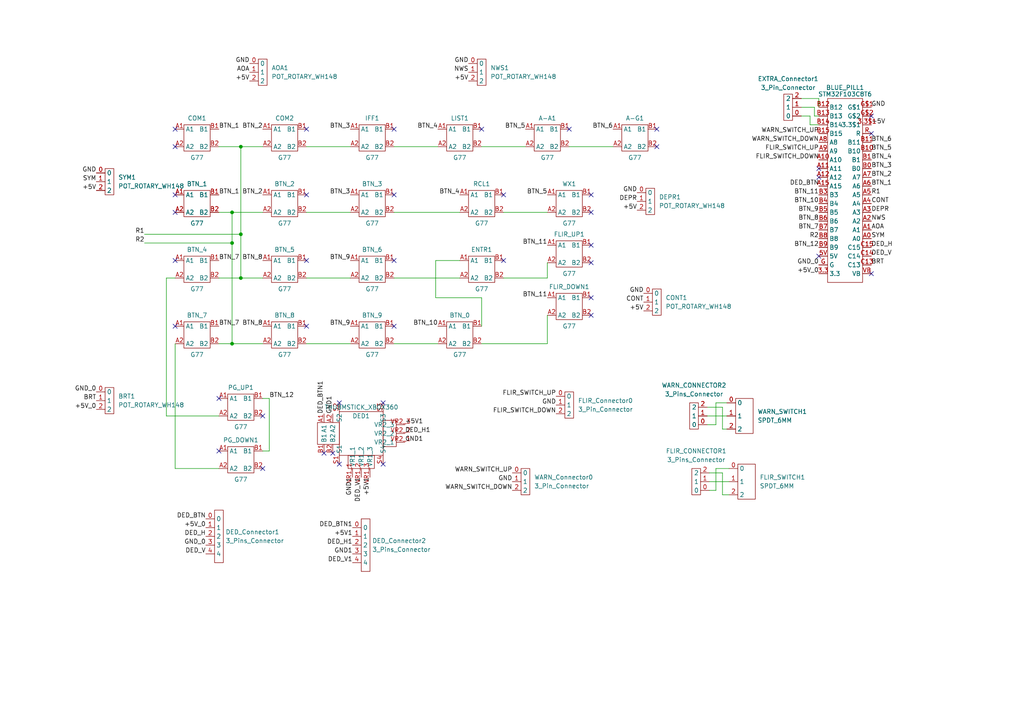
<source format=kicad_sch>
(kicad_sch (version 20230121) (generator eeschema)
  (paper "A4")
  (lib_symbols
    (symbol "0_Symbol_Library:3_Pins_Connector"
      (property "Reference" "U" (at 0 4.826 0))
      (property "Value" "3_Pins_Connector" (at 0 -4.826 0))
      (symbol "3_Pins_Connector_0_1"
        (rectangle (start -1.27 3.81) (end 1.27 -3.81))
      )
      (symbol "3_Pins_Connector_1_1"
        (pin passive line (at -3.81 2.54 0) (length 2.54) (name "0") (number "0"))
        (pin passive line (at -3.81 0 0) (length 2.54) (name "1") (number "1"))
        (pin passive line (at -3.81 -2.54 0) (length 2.54) (name "2") (number "2"))
      )
    )
    (symbol "0_Symbol_Library:5_Pins_Connector"
      (property "Reference" "U" (at 0 8.636 0))
      (property "Value" "3_Pins_Connector" (at 0 -8.636 0))
      (symbol "5_Pins_Connector_0_1"
        (rectangle (start -1.27 7.62) (end 1.27 -7.62))
      )
      (symbol "5_Pins_Connector_1_1"
        (pin passive line (at -3.81 5.08 0) (length 2.54) (name "0") (number "0"))
        (pin passive line (at -3.81 2.54 0) (length 2.54) (name "1") (number "1"))
        (pin passive line (at -3.81 0 0) (length 2.54) (name "2") (number "2"))
        (pin passive line (at -3.81 -2.54 0) (length 2.54) (name "3") (number "3"))
        (pin passive line (at -3.81 -5.08 0) (length 2.54) (name "4") (number "4"))
      )
    )
    (symbol "0_Symbol_Library:Push_Button_G77"
      (property "Reference" "U" (at 0 5.08 0))
      (property "Value" "G77" (at 0 -5.08 0))
      (symbol "Push_Button_G77_0_1"
        (rectangle (start -3.81 3.81) (end 3.81 -3.81))
      )
      (symbol "Push_Button_G77_1_1"
        (pin passive line (at -6.35 2.54 0) (length 2.54) (name "A1") (number "A1"))
        (pin passive line (at -6.35 -2.54 0) (length 2.54) (name "A2") (number "A2"))
        (pin passive line (at 6.35 2.54 180) (length 2.54) (name "B1") (number "B1"))
        (pin passive line (at 6.35 -2.54 180) (length 2.54) (name "B2") (number "B2"))
      )
    )
    (symbol "0_Symbol_Library:STM32F103C8T6_Blue_Pill"
      (property "Reference" "U" (at 0 27.94 0))
      (property "Value" "STM32F103C8T6" (at 0 -29.21 0))
      (symbol "STM32F103C8T6_Blue_Pill_0_1"
        (rectangle (start -5.08 26.67) (end 5.08 -26.67))
      )
      (symbol "STM32F103C8T6_Blue_Pill_1_1"
        (pin passive line (at -7.62 -24.13 0) (length 2.54) (name "3.3") (number "3.3"))
        (pin passive line (at 7.62 19.05 180) (length 2.54) (name "3.3$1") (number "3.3$1"))
        (pin passive line (at -7.62 -19.05 0) (length 2.54) (name "5V") (number "5V"))
        (pin passive line (at 7.62 -13.97 180) (length 2.54) (name "A0") (number "A0"))
        (pin passive line (at 7.62 -11.43 180) (length 2.54) (name "A1") (number "A1"))
        (pin passive line (at -7.62 8.89 0) (length 2.54) (name "A10") (number "A10"))
        (pin passive line (at -7.62 6.35 0) (length 2.54) (name "A11") (number "A11"))
        (pin passive line (at -7.62 3.81 0) (length 2.54) (name "A12") (number "A12"))
        (pin passive line (at -7.62 1.27 0) (length 2.54) (name "A15") (number "A15"))
        (pin passive line (at 7.62 -8.89 180) (length 2.54) (name "A2") (number "A2"))
        (pin passive line (at 7.62 -6.35 180) (length 2.54) (name "A3") (number "A3"))
        (pin passive line (at 7.62 -3.81 180) (length 2.54) (name "A4") (number "A4"))
        (pin passive line (at 7.62 -1.27 180) (length 2.54) (name "A5") (number "A5"))
        (pin passive line (at 7.62 1.27 180) (length 2.54) (name "A6") (number "A6"))
        (pin passive line (at 7.62 3.81 180) (length 2.54) (name "A7") (number "A7"))
        (pin passive line (at -7.62 13.97 0) (length 2.54) (name "A8") (number "A8"))
        (pin passive line (at -7.62 11.43 0) (length 2.54) (name "A9") (number "A9"))
        (pin passive line (at 7.62 6.35 180) (length 2.54) (name "B0") (number "B0"))
        (pin passive line (at 7.62 8.89 180) (length 2.54) (name "B1") (number "B1"))
        (pin passive line (at 7.62 11.43 180) (length 2.54) (name "B10") (number "B10"))
        (pin passive line (at 7.62 13.97 180) (length 2.54) (name "B11") (number "B11"))
        (pin passive line (at -7.62 24.13 0) (length 2.54) (name "B12") (number "B12"))
        (pin passive line (at -7.62 21.59 0) (length 2.54) (name "B13") (number "B13"))
        (pin passive line (at -7.62 19.05 0) (length 2.54) (name "B14") (number "B14"))
        (pin passive line (at -7.62 16.51 0) (length 2.54) (name "B15") (number "B15"))
        (pin passive line (at -7.62 -1.27 0) (length 2.54) (name "B3") (number "B3"))
        (pin passive line (at -7.62 -3.81 0) (length 2.54) (name "B4") (number "B4"))
        (pin passive line (at -7.62 -6.35 0) (length 2.54) (name "B5") (number "B5"))
        (pin passive line (at -7.62 -8.89 0) (length 2.54) (name "B6") (number "B6"))
        (pin passive line (at -7.62 -11.43 0) (length 2.54) (name "B7") (number "B7"))
        (pin passive line (at -7.62 -13.97 0) (length 2.54) (name "B8") (number "B8"))
        (pin passive line (at -7.62 -16.51 0) (length 2.54) (name "B9") (number "B9"))
        (pin passive line (at 7.62 -21.59 180) (length 2.54) (name "C13") (number "C13"))
        (pin passive line (at 7.62 -19.05 180) (length 2.54) (name "C14") (number "C14"))
        (pin passive line (at 7.62 -16.51 180) (length 2.54) (name "C15") (number "C15"))
        (pin passive line (at -7.62 -21.59 0) (length 2.54) (name "G") (number "G"))
        (pin passive line (at 7.62 24.13 180) (length 2.54) (name "G$1") (number "G$1"))
        (pin passive line (at 7.62 21.59 180) (length 2.54) (name "G$2") (number "G$2"))
        (pin passive line (at 7.62 16.51 180) (length 2.54) (name "R") (number "R"))
        (pin passive line (at 7.62 -24.13 180) (length 2.54) (name "VB") (number "VB"))
      )
    )
    (symbol "0_Symbol_Library:Thumbstick_XBOX360"
      (property "Reference" "U" (at 0 10.16 0))
      (property "Value" "XBOX360" (at 0 7.62 0))
      (symbol "Thumbstick_XBOX360_0_1"
        (rectangle (start -12.7 3.175) (end -6.35 -3.175))
        (rectangle (start -6.35 6.35) (end 6.35 -6.35))
        (rectangle (start -3.81 -6.35) (end 3.81 -10.16))
        (rectangle (start 6.35 3.81) (end 10.16 -3.81))
      )
      (symbol "Thumbstick_XBOX360_1_1"
        (pin passive line (at -10.795 5.715 270) (length 2.54) (name "A1") (number "A1"))
        (pin passive line (at -8.255 5.715 270) (length 2.54) (name "A2") (number "A2"))
        (pin passive line (at -10.795 -5.715 90) (length 2.54) (name "B1") (number "B1"))
        (pin passive line (at -8.255 -5.715 90) (length 2.54) (name "B2") (number "B2"))
        (pin passive line (at -6.35 -8.89 90) (length 2.54) (name "S1") (number "S1"))
        (pin passive line (at -6.35 8.89 270) (length 2.54) (name "S2") (number "S2"))
        (pin passive line (at 6.35 8.89 270) (length 2.54) (name "S3") (number "S3"))
        (pin passive line (at 6.35 -8.89 90) (length 2.54) (name "S4") (number "S4"))
        (pin passive line (at -2.54 -12.7 90) (length 2.54) (name "VR1_1") (number "VR1_1"))
        (pin passive line (at 0 -12.7 90) (length 2.54) (name "VR1_2") (number "VR1_2"))
        (pin passive line (at 2.54 -12.7 90) (length 2.54) (name "VR1_3") (number "VR1_3"))
        (pin passive line (at 12.7 -2.54 180) (length 2.54) (name "VR2_1") (number "VR2_1"))
        (pin passive line (at 12.7 0 180) (length 2.54) (name "VR2_2") (number "VR2_2"))
        (pin passive line (at 12.7 2.54 180) (length 2.54) (name "VR2_3") (number "VR2_3"))
      )
    )
    (symbol "0_Symbol_Library:Toggle_Switch_SPDT"
      (property "Reference" "U" (at 0 6.35 0))
      (property "Value" "SPDT_6MM" (at 0.762 -6.096 0))
      (symbol "Toggle_Switch_SPDT_0_1"
        (rectangle (start -2.54 5.08) (end 2.54 -5.08))
      )
      (symbol "Toggle_Switch_SPDT_1_1"
        (pin passive line (at -5.08 3.81 0) (length 2.54) (name "0") (number "0"))
        (pin passive line (at -5.08 0 0) (length 2.54) (name "1") (number "1"))
        (pin passive line (at -5.08 -3.81 0) (length 2.54) (name "2") (number "2"))
      )
    )
  )
  (junction (at 67.31 70.485))
  (junction (at 69.85 67.945))
  (junction (at 67.31 99.695))
  (junction (at 69.85 42.545))
  (junction (at 67.31 61.595))
  (junction (at 69.85 80.645))
  (no_connect (at 114.3 75.565))
  (no_connect (at 98.425 134.62))
  (no_connect (at 139.7 37.465))
  (no_connect (at 190.5 37.465))
  (no_connect (at 114.3 56.515))
  (no_connect (at 252.73 38.735))
  (no_connect (at 190.5 42.545))
  (no_connect (at 93.98 131.445))
  (no_connect (at 98.425 116.84))
  (no_connect (at 63.5 130.81))
  (no_connect (at 50.8 42.545))
  (no_connect (at 171.45 76.2))
  (no_connect (at 88.9 56.515))
  (no_connect (at 165.1 37.465))
  (no_connect (at 171.45 91.44))
  (no_connect (at 171.45 86.36))
  (no_connect (at 50.8 94.615))
  (no_connect (at 114.3 94.615))
  (no_connect (at 88.9 94.615))
  (no_connect (at 96.52 131.445))
  (no_connect (at 50.8 75.565))
  (no_connect (at 76.2 120.65))
  (no_connect (at 171.45 56.515))
  (no_connect (at 88.9 37.465))
  (no_connect (at 146.05 56.515))
  (no_connect (at 252.73 79.375))
  (no_connect (at 146.05 75.565))
  (no_connect (at 63.5 115.57))
  (no_connect (at 88.9 75.565))
  (no_connect (at 111.125 134.62))
  (no_connect (at 237.49 51.435))
  (no_connect (at 76.2 135.89))
  (no_connect (at 114.3 37.465))
  (no_connect (at 237.49 74.295))
  (no_connect (at 50.8 37.465))
  (no_connect (at 252.73 33.655))
  (no_connect (at 237.49 48.895))
  (no_connect (at 111.125 116.84))
  (no_connect (at 50.8 56.515))
  (no_connect (at 171.45 71.12))
  (no_connect (at 171.45 61.595))
  (no_connect (at 50.8 61.595))
  (wire (pts (xy 234.95 36.195) (xy 237.49 36.195)))
  (wire (pts (xy 63.5 61.595) (xy 67.31 61.595)))
  (wire (pts (xy 76.2 130.81) (xy 78.105 130.81)))
  (wire (pts (xy 63.5 42.545) (xy 69.85 42.545)))
  (wire (pts (xy 88.9 61.595) (xy 101.6 61.595)))
  (wire (pts (xy 133.35 75.565) (xy 126.365 75.565)))
  (wire (pts (xy 114.3 61.595) (xy 133.35 61.595)))
  (wire (pts (xy 41.91 67.945) (xy 69.85 67.945)))
  (wire (pts (xy 209.55 124.46) (xy 210.82 124.46)))
  (wire (pts (xy 209.55 137.16) (xy 209.55 143.51)))
  (wire (pts (xy 48.26 80.645) (xy 48.26 120.65)))
  (wire (pts (xy 78.105 130.81) (xy 78.105 115.57)))
  (wire (pts (xy 207.645 123.19) (xy 205.105 123.19)))
  (wire (pts (xy 50.8 80.645) (xy 48.26 80.645)))
  (wire (pts (xy 210.82 116.84) (xy 207.645 116.84)))
  (wire (pts (xy 126.365 86.36) (xy 139.7 86.36)))
  (wire (pts (xy 139.7 99.695) (xy 158.75 99.695)))
  (wire (pts (xy 205.74 137.16) (xy 209.55 137.16)))
  (wire (pts (xy 126.365 75.565) (xy 126.365 86.36)))
  (wire (pts (xy 205.105 120.65) (xy 210.82 120.65)))
  (wire (pts (xy 69.85 80.645) (xy 76.2 80.645)))
  (wire (pts (xy 63.5 80.645) (xy 69.85 80.645)))
  (wire (pts (xy 50.8 99.695) (xy 50.8 135.89)))
  (wire (pts (xy 146.05 61.595) (xy 158.75 61.595)))
  (wire (pts (xy 88.9 42.545) (xy 101.6 42.545)))
  (wire (pts (xy 237.49 33.655) (xy 236.22 33.655)))
  (wire (pts (xy 67.31 70.485) (xy 67.31 99.695)))
  (wire (pts (xy 50.8 135.89) (xy 63.5 135.89)))
  (wire (pts (xy 114.3 42.545) (xy 127 42.545)))
  (wire (pts (xy 234.95 33.655) (xy 234.95 36.195)))
  (wire (pts (xy 207.645 135.89) (xy 207.645 142.24)))
  (wire (pts (xy 146.05 80.645) (xy 158.75 80.645)))
  (wire (pts (xy 211.455 135.89) (xy 207.645 135.89)))
  (wire (pts (xy 114.3 99.695) (xy 127 99.695)))
  (wire (pts (xy 139.7 42.545) (xy 152.4 42.545)))
  (wire (pts (xy 205.105 118.11) (xy 209.55 118.11)))
  (wire (pts (xy 207.645 116.84) (xy 207.645 123.19)))
  (wire (pts (xy 88.9 99.695) (xy 101.6 99.695)))
  (wire (pts (xy 209.55 143.51) (xy 211.455 143.51)))
  (wire (pts (xy 67.31 61.595) (xy 76.2 61.595)))
  (wire (pts (xy 67.31 99.695) (xy 76.2 99.695)))
  (wire (pts (xy 236.22 33.655) (xy 236.22 31.115)))
  (wire (pts (xy 69.85 67.945) (xy 69.85 80.645)))
  (wire (pts (xy 69.85 42.545) (xy 69.85 67.945)))
  (wire (pts (xy 236.22 31.115) (xy 232.41 31.115)))
  (wire (pts (xy 158.75 99.695) (xy 158.75 91.44)))
  (wire (pts (xy 139.7 86.36) (xy 139.7 94.615)))
  (wire (pts (xy 41.91 70.485) (xy 67.31 70.485)))
  (wire (pts (xy 158.75 80.645) (xy 158.75 76.2)))
  (wire (pts (xy 48.26 120.65) (xy 63.5 120.65)))
  (wire (pts (xy 209.55 118.11) (xy 209.55 124.46)))
  (wire (pts (xy 165.1 42.545) (xy 177.8 42.545)))
  (wire (pts (xy 78.105 115.57) (xy 76.2 115.57)))
  (wire (pts (xy 88.9 80.645) (xy 101.6 80.645)))
  (wire (pts (xy 63.5 99.695) (xy 67.31 99.695)))
  (wire (pts (xy 207.645 142.24) (xy 205.74 142.24)))
  (wire (pts (xy 205.74 139.7) (xy 211.455 139.7)))
  (wire (pts (xy 114.3 80.645) (xy 133.35 80.645)))
  (wire (pts (xy 69.85 42.545) (xy 76.2 42.545)))
  (wire (pts (xy 67.31 70.485) (xy 67.31 61.595)))
  (wire (pts (xy 232.41 28.575) (xy 237.49 28.575)))
  (wire (pts (xy 232.41 33.655) (xy 234.95 33.655)))
  (wire (pts (xy 237.49 31.115) (xy 237.49 28.575)))
  (label "BTN_4" (at 127 37.465 180))
  (label "GND_0" (at 237.49 76.835 180))
  (label "FLIR_SWITCH_UP" (at 237.49 43.815 180))
  (label "DED_H" (at 59.69 155.575 180))
  (label "BTN_8" (at 237.49 64.135 180))
  (label "BTN_5" (at 152.4 37.465 180))
  (label "GND1" (at 117.475 128.27 0))
  (label "CONT" (at 252.73 59.055 0))
  (label "BTN_2" (at 76.2 37.465 180))
  (label "GND1" (at 102.235 160.655 180))
  (label "BTN_3" (at 101.6 56.515 180))
  (label "BRT" (at 252.73 76.835 0))
  (label "DEPR" (at 184.785 58.42 180))
  (label "GND_0" (at 27.94 113.665 180))
  (label "GND" (at 184.785 55.88 180))
  (label "GND" (at 161.29 117.475 180))
  (label "WARN_SWITCH_DOWN" (at 237.49 41.275 180))
  (label "DED_BTN" (at 237.49 53.975 180))
  (label "BTN_12" (at 78.105 115.57 0))
  (label "R1" (at 41.91 67.945 180))
  (label "DED_H" (at 252.73 71.755 0))
  (label "+5V" (at 135.89 23.495 180))
  (label "AOA" (at 252.73 66.675 0))
  (label "BTN_11" (at 158.75 86.36 180))
  (label "+5V_0" (at 59.69 153.035 180))
  (label "DED_BTN1" (at 93.98 120.015 90))
  (label "+5V1" (at 102.235 155.575 180))
  (label "+5V_0" (at 27.94 118.745 180))
  (label "+5V" (at 186.69 90.17 180))
  (label "GND" (at 72.39 18.415 180))
  (label "GND1" (at 96.52 120.015 90))
  (label "BTN_3" (at 101.6 37.465 180))
  (label "BTN_2" (at 76.2 56.515 180))
  (label "GND" (at 27.94 50.165 180))
  (label "DED_BTN" (at 59.69 150.495 180))
  (label "GND" (at 252.73 31.115 0))
  (label "BTN_1" (at 252.73 53.975 0))
  (label "CONT" (at 186.69 87.63 180))
  (label "+5V" (at 72.39 23.495 180))
  (label "+5V1" (at 117.475 123.19 0))
  (label "WARN_SWITCH_UP" (at 237.49 38.735 180))
  (label "GND1" (at 102.235 138.43 270))
  (label "R2" (at 237.49 69.215 180))
  (label "WARN_SWITCH_UP" (at 148.59 137.16 180))
  (label "DED_V" (at 59.69 160.655 180))
  (label "+5V" (at 27.94 55.245 180))
  (label "AOA" (at 72.39 20.955 180))
  (label "BTN_11" (at 237.49 56.515 180))
  (label "GND_0" (at 59.69 158.115 180))
  (label "BTN_9" (at 237.49 61.595 180))
  (label "BTN_6" (at 252.73 41.275 0))
  (label "GND" (at 186.69 85.09 180))
  (label "DED_BTN1" (at 102.235 153.035 180))
  (label "DED_V1" (at 104.775 138.43 270))
  (label "WARN_SWITCH_DOWN" (at 148.59 142.24 180))
  (label "BTN_5" (at 252.73 43.815 0))
  (label "+5V" (at 184.785 60.96 180))
  (label "DEPR" (at 252.73 61.595 0))
  (label "DED_V1" (at 102.235 163.195 180))
  (label "BTN_12" (at 237.49 71.755 180))
  (label "BTN_10" (at 127 94.615 180))
  (label "BTN_7" (at 237.49 66.675 180))
  (label "R2" (at 41.91 70.485 180))
  (label "BTN_4" (at 133.35 56.515 180))
  (label "BTN_8" (at 76.2 94.615 180))
  (label "DED_V" (at 252.73 74.295 0))
  (label "FLIR_SWITCH_UP" (at 161.29 114.935 180))
  (label "GND" (at 135.89 18.415 180))
  (label "R1" (at 252.73 56.515 0))
  (label "+5V" (at 252.73 36.195 0))
  (label "BTN_1" (at 63.5 37.465 0))
  (label "+5V1" (at 107.315 138.43 270))
  (label "BTN_11" (at 158.75 71.12 180))
  (label "BTN_7" (at 63.5 94.615 0))
  (label "DED_H1" (at 102.235 158.115 180))
  (label "BTN_7" (at 63.5 75.565 0))
  (label "FLIR_SWITCH_DOWN" (at 161.29 120.015 180))
  (label "+5V_0" (at 237.49 79.375 180))
  (label "BTN_10" (at 237.49 59.055 180))
  (label "BTN_9" (at 101.6 94.615 180))
  (label "BTN_4" (at 252.73 46.355 0))
  (label "NWS" (at 252.73 64.135 0))
  (label "BRT" (at 27.94 116.205 180))
  (label "GND" (at 148.59 139.7 180))
  (label "SYM" (at 27.94 52.705 180))
  (label "SYM" (at 252.73 69.215 0))
  (label "FLIR_SWITCH_DOWN" (at 237.49 46.355 180))
  (label "NWS" (at 135.89 20.955 180))
  (label "BTN_9" (at 101.6 75.565 180))
  (label "DED_H1" (at 117.475 125.73 0))
  (label "BTN_6" (at 177.8 37.465 180))
  (label "BTN_5" (at 158.75 56.515 180))
  (label "BTN_3" (at 252.73 48.895 0))
  (label "BTN_1" (at 63.5 56.515 0))
  (label "BTN_2" (at 252.73 51.435 0))
  (label "BTN_8" (at 76.2 75.565 180))
  (symbol (lib_id "0_Symbol_Library:Push_Button_G77") (at 82.55 97.155 0) (unit 1)
    (property "Reference" "BTN_8" (at 82.55 91.44 0))
    (property "Value" "G77" (at 82.55 102.87 0))
    (property "Footprint" "0_Library:PUSH_BUTTON_G77" (effects hide))
  )
  (symbol (lib_id "0_Symbol_Library:Push_Button_G77") (at 107.95 97.155 0) (unit 1)
    (property "Reference" "BTN_9" (at 107.95 91.44 0))
    (property "Value" "G77" (at 107.95 102.87 0))
    (property "Footprint" "0_Library:PUSH_BUTTON_G77" (effects hide))
  )
  (symbol (lib_id "0_Symbol_Library:STM32F103C8T6_Blue_Pill") (at 245.11 55.245 0) (unit 1)
    (property "Reference" "BLUE_PILL1" (at 245.11 25.4 0))
    (property "Value" "STM32F103C8T6" (at 245.11 27.305 0))
    (property "Footprint" "0_Library:STM32F103C8T6_BLUE_PILL" (effects hide))
  )
  (symbol (lib_id "0_Symbol_Library:3_Pins_Connector") (at 76.2 20.955 0) (unit 1)
    (property "Reference" "AOA1" (at 78.74 19.685 0) (effects (justify left)))
    (property "Value" "POT_ROTARY_WH148" (at 78.74 22.225 0) (effects (justify left)))
    (property "Footprint" "0_Library:3_PIN_CONNECTOR" (effects hide))
  )
  (symbol (lib_id "0_Symbol_Library:3_Pins_Connector") (at 139.7 20.955 0) (unit 1)
    (property "Reference" "NWS1" (at 142.24 19.685 0) (effects (justify left)))
    (property "Value" "POT_ROTARY_WH148" (at 142.24 22.225 0) (effects (justify left)))
    (property "Footprint" "0_Library:3_PIN_CONNECTOR" (effects hide))
  )
  (symbol (lib_id "0_Symbol_Library:Push_Button_G77") (at 107.95 59.055 0) (unit 1)
    (property "Reference" "BTN_3" (at 107.95 53.34 0))
    (property "Value" "G77" (at 107.95 64.77 0))
    (property "Footprint" "0_Library:PUSH_BUTTON_G77" (effects hide))
  )
  (symbol (lib_id "0_Symbol_Library:Push_Button_G77") (at 69.85 133.35 0) (unit 1)
    (property "Reference" "PG_DOWN1" (at 69.85 127.635 0))
    (property "Value" "G77" (at 69.85 139.065 0))
    (property "Footprint" "0_Library:PUSH_BUTTON_G77" (effects hide))
  )
  (symbol (lib_id "0_Symbol_Library:Push_Button_G77") (at 107.95 40.005 0) (unit 1)
    (property "Reference" "IFF1" (at 107.95 34.29 0))
    (property "Value" "G77" (at 107.95 45.72 0))
    (property "Footprint" "0_Library:PUSH_BUTTON_G77" (effects hide))
  )
  (symbol (lib_id "0_Symbol_Library:3_Pins_Connector") (at 201.295 120.65 180) (unit 1)
    (property "Reference" "WARN_CONNECTOR2" (at 201.295 111.76 0))
    (property "Value" "3_Pins_Connector" (at 201.295 114.3 0))
    (property "Footprint" "0_Library:3_PIN_CONNECTOR" (effects hide))
  )
  (symbol (lib_id "0_Symbol_Library:Push_Button_G77") (at 82.55 40.005 0) (unit 1)
    (property "Reference" "COM2" (at 82.55 34.29 0))
    (property "Value" "G77" (at 82.55 45.72 0))
    (property "Footprint" "0_Library:PUSH_BUTTON_G77" (effects hide))
  )
  (symbol (lib_id "0_Symbol_Library:3_Pins_Connector") (at 31.75 52.705 0) (unit 1)
    (property "Reference" "SYM1" (at 34.29 51.435 0) (effects (justify left)))
    (property "Value" "POT_ROTARY_WH148" (at 34.29 53.975 0) (effects (justify left)))
    (property "Footprint" "0_Library:3_PIN_CONNECTOR" (effects hide))
  )
  (symbol (lib_id "0_Symbol_Library:Push_Button_G77") (at 57.15 59.055 0) (unit 1)
    (property "Reference" "BTN_1" (at 57.15 53.34 0))
    (property "Value" "G77" (at 57.15 64.77 0))
    (property "Footprint" "0_Library:PUSH_BUTTON_G77" (effects hide))
  )
  (symbol (lib_id "0_Symbol_Library:3_Pins_Connector") (at 228.6 31.115 180) (unit 1)
    (property "Reference" "EXTRA_Connector1" (at 228.6 22.86 0))
    (property "Value" "3_Pin_Connector" (at 228.6 25.4 0))
    (property "Footprint" "0_Library:3_PIN_CONNECTOR" (effects hide))
  )
  (symbol (lib_id "0_Symbol_Library:Push_Button_G77") (at 82.55 78.105 0) (unit 1)
    (property "Reference" "BTN_5" (at 82.55 72.39 0))
    (property "Value" "G77" (at 82.55 83.82 0))
    (property "Footprint" "0_Library:PUSH_BUTTON_G77" (effects hide))
  )
  (symbol (lib_id "0_Symbol_Library:Push_Button_G77") (at 165.1 59.055 0) (unit 1)
    (property "Reference" "WX1" (at 165.1 53.34 0))
    (property "Value" "G77" (at 165.1 64.77 0))
    (property "Footprint" "0_Library:PUSH_BUTTON_G77" (effects hide))
  )
  (symbol (lib_id "0_Symbol_Library:Push_Button_G77") (at 165.1 88.9 0) (unit 1)
    (property "Reference" "FLIR_DOWN1" (at 165.1 83.185 0))
    (property "Value" "G77" (at 165.1 94.615 0))
    (property "Footprint" "0_Library:PUSH_BUTTON_G77" (effects hide))
  )
  (symbol (lib_id "0_Symbol_Library:Push_Button_G77") (at 158.75 40.005 0) (unit 1)
    (property "Reference" "A-A1" (at 158.75 34.29 0))
    (property "Value" "G77" (at 158.75 45.72 0))
    (property "Footprint" "0_Library:PUSH_BUTTON_G77" (effects hide))
  )
  (symbol (lib_id "0_Symbol_Library:3_Pins_Connector") (at 190.5 87.63 0) (unit 1)
    (property "Reference" "CONT1" (at 193.04 86.36 0) (effects (justify left)))
    (property "Value" "POT_ROTARY_WH148" (at 193.04 88.9 0) (effects (justify left)))
    (property "Footprint" "0_Library:3_PIN_CONNECTOR" (effects hide))
  )
  (symbol (lib_id "0_Symbol_Library:Push_Button_G77") (at 139.7 78.105 0) (unit 1)
    (property "Reference" "ENTR1" (at 139.7 72.39 0))
    (property "Value" "G77" (at 139.7 83.82 0))
    (property "Footprint" "0_Library:PUSH_BUTTON_G77" (effects hide))
  )
  (symbol (lib_id "0_Symbol_Library:Push_Button_G77") (at 184.15 40.005 0) (unit 1)
    (property "Reference" "A-G1" (at 184.15 34.29 0))
    (property "Value" "G77" (at 184.15 45.72 0))
    (property "Footprint" "0_Library:PUSH_BUTTON_G77" (effects hide))
  )
  (symbol (lib_id "0_Symbol_Library:Push_Button_G77") (at 69.85 118.11 0) (unit 1)
    (property "Reference" "PG_UP1" (at 69.85 112.395 0))
    (property "Value" "G77" (at 69.85 123.825 0))
    (property "Footprint" "0_Library:PUSH_BUTTON_G77" (effects hide))
  )
  (symbol (lib_id "0_Symbol_Library:Push_Button_G77") (at 82.55 59.055 0) (unit 1)
    (property "Reference" "BTN_2" (at 82.55 53.34 0))
    (property "Value" "G77" (at 82.55 64.77 0))
    (property "Footprint" "0_Library:PUSH_BUTTON_G77" (effects hide))
  )
  (symbol (lib_id "0_Symbol_Library:Push_Button_G77") (at 57.15 97.155 0) (unit 1)
    (property "Reference" "BTN_7" (at 57.15 91.44 0))
    (property "Value" "G77" (at 57.15 102.87 0))
    (property "Footprint" "0_Library:PUSH_BUTTON_G77" (effects hide))
  )
  (symbol (lib_id "0_Symbol_Library:Toggle_Switch_SPDT") (at 216.535 139.7 0) (unit 1)
    (property "Reference" "FLIR_SWITCH1" (at 220.345 138.43 0) (effects (justify left)))
    (property "Value" "SPDT_6MM" (at 220.345 140.97 0) (effects (justify left)))
    (property "Footprint" "0_Library:TOGGLE_SWITCH_SPDT_6MM" (effects hide))
  )
  (symbol (lib_id "0_Symbol_Library:Push_Button_G77") (at 107.95 78.105 0) (unit 1)
    (property "Reference" "BTN_6" (at 107.95 72.39 0))
    (property "Value" "G77" (at 107.95 83.82 0))
    (property "Footprint" "0_Library:PUSH_BUTTON_G77" (effects hide))
  )
  (symbol (lib_id "0_Symbol_Library:3_Pins_Connector") (at 201.93 139.7 180) (unit 1)
    (property "Reference" "FLIR_CONNECTOR1" (at 201.93 130.81 0))
    (property "Value" "3_Pins_Connector" (at 201.93 133.35 0))
    (property "Footprint" "0_Library:3_PIN_CONNECTOR" (effects hide))
  )
  (symbol (lib_id "0_Symbol_Library:Thumbstick_XBOX360") (at 104.775 125.73 0) (unit 1)
    (property "Reference" "DED1" (at 107.315 120.65 0) (effects (justify right)))
    (property "Value" "THUBMSTICK_XBOX360" (at 115.57 118.11 0) (effects (justify right)))
    (property "Footprint" "0_Library:THUMBSTICK_XBOX360" (effects hide))
  )
  (symbol (lib_id "0_Symbol_Library:Push_Button_G77") (at 133.35 40.005 0) (unit 1)
    (property "Reference" "LIST1" (at 133.35 34.29 0))
    (property "Value" "G77" (at 133.35 45.72 0))
    (property "Footprint" "0_Library:PUSH_BUTTON_G77" (effects hide))
  )
  (symbol (lib_id "0_Symbol_Library:3_Pins_Connector") (at 165.1 117.475 0) (unit 1)
    (property "Reference" "FLIR_Connector0" (at 167.64 116.205 0) (effects (justify left)))
    (property "Value" "3_Pin_Connector" (at 167.64 118.745 0) (effects (justify left)))
    (property "Footprint" "0_Library:3_PIN_CONNECTOR" (effects hide))
  )
  (symbol (lib_id "0_Symbol_Library:5_Pins_Connector") (at 106.045 158.115 0) (unit 1)
    (property "Reference" "DED_Connector2" (at 107.95 156.845 0) (effects (justify left)))
    (property "Value" "3_Pins_Connector" (at 107.95 159.385 0) (effects (justify left)))
    (property "Footprint" "0_Library:5_PIN_CONNECTOR" (effects hide))
  )
  (symbol (lib_id "0_Symbol_Library:3_Pins_Connector") (at 31.75 116.205 0) (unit 1)
    (property "Reference" "BRT1" (at 34.29 114.935 0) (effects (justify left)))
    (property "Value" "POT_ROTARY_WH148" (at 34.29 117.475 0) (effects (justify left)))
    (property "Footprint" "0_Library:3_PIN_CONNECTOR" (effects hide))
  )
  (symbol (lib_id "0_Symbol_Library:Push_Button_G77") (at 133.35 97.155 0) (unit 1)
    (property "Reference" "BTN_0" (at 133.35 91.44 0))
    (property "Value" "G77" (at 133.35 102.87 0))
    (property "Footprint" "0_Library:PUSH_BUTTON_G77" (effects hide))
  )
  (symbol (lib_id "0_Symbol_Library:Push_Button_G77") (at 165.1 73.66 0) (unit 1)
    (property "Reference" "FLIR_UP1" (at 165.1 67.945 0))
    (property "Value" "G77" (at 165.1 79.375 0))
    (property "Footprint" "0_Library:PUSH_BUTTON_G77" (effects hide))
  )
  (symbol (lib_id "0_Symbol_Library:Toggle_Switch_SPDT") (at 215.9 120.65 0) (unit 1)
    (property "Reference" "WARN_SWITCH1" (at 219.71 119.38 0) (effects (justify left)))
    (property "Value" "SPDT_6MM" (at 219.71 121.92 0) (effects (justify left)))
    (property "Footprint" "0_Library:TOGGLE_SWITCH_SPDT_6MM" (effects hide))
  )
  (symbol (lib_id "0_Symbol_Library:Push_Button_G77") (at 57.15 78.105 0) (unit 1)
    (property "Reference" "BTN_4" (at 57.15 72.39 0))
    (property "Value" "G77" (at 57.15 83.82 0))
    (property "Footprint" "0_Library:PUSH_BUTTON_G77" (effects hide))
  )
  (symbol (lib_id "0_Symbol_Library:5_Pins_Connector") (at 63.5 155.575 0) (unit 1)
    (property "Reference" "DED_Connector1" (at 65.405 154.305 0) (effects (justify left)))
    (property "Value" "3_Pins_Connector" (at 65.405 156.845 0) (effects (justify left)))
    (property "Footprint" "0_Library:5_PIN_CONNECTOR" (effects hide))
  )
  (symbol (lib_id "0_Symbol_Library:Push_Button_G77") (at 57.15 40.005 0) (unit 1)
    (property "Reference" "COM1" (at 57.15 34.29 0))
    (property "Value" "G77" (at 57.15 45.72 0))
    (property "Footprint" "0_Library:PUSH_BUTTON_G77" (effects hide))
  )
  (symbol (lib_id "0_Symbol_Library:Push_Button_G77") (at 139.7 59.055 0) (unit 1)
    (property "Reference" "RCL1" (at 139.7 53.34 0))
    (property "Value" "G77" (at 139.7 64.77 0))
    (property "Footprint" "0_Library:PUSH_BUTTON_G77" (effects hide))
  )
  (symbol (lib_id "0_Symbol_Library:3_Pins_Connector") (at 188.595 58.42 0) (unit 1)
    (property "Reference" "DEPR1" (at 191.135 57.15 0) (effects (justify left)))
    (property "Value" "POT_ROTARY_WH148" (at 191.135 59.69 0) (effects (justify left)))
    (property "Footprint" "0_Library:3_PIN_CONNECTOR" (effects hide))
  )
  (symbol (lib_id "0_Symbol_Library:3_Pins_Connector") (at 152.4 139.7 0) (unit 1)
    (property "Reference" "WARN_Connector0" (at 154.94 138.43 0) (effects (justify left)))
    (property "Value" "3_Pin_Connector" (at 154.94 140.97 0) (effects (justify left)))
    (property "Footprint" "0_Library:3_PIN_CONNECTOR" (effects hide))
  )
)
</source>
